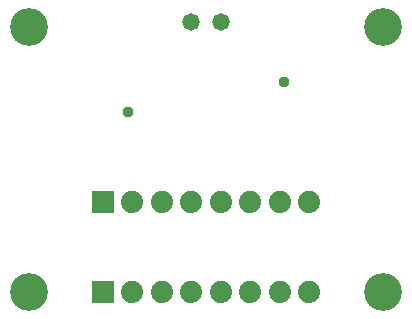
<source format=gbr>
G04 EAGLE Gerber RS-274X export*
G75*
%MOMM*%
%FSLAX34Y34*%
%LPD*%
%INSoldermask Bottom*%
%IPPOS*%
%AMOC8*
5,1,8,0,0,1.08239X$1,22.5*%
G01*
%ADD10C,3.203200*%
%ADD11C,1.473200*%
%ADD12R,1.879600X1.879600*%
%ADD13C,1.879600*%
%ADD14C,0.959600*%


D10*
X37500Y37500D03*
X337500Y37500D03*
X37500Y262500D03*
X337500Y262500D03*
D11*
X200200Y266900D03*
X174800Y266900D03*
D12*
X100000Y114300D03*
D13*
X125000Y114300D03*
X150000Y114300D03*
X175000Y114300D03*
X200000Y114300D03*
X225000Y114300D03*
X250000Y114300D03*
X275000Y114300D03*
D12*
X100000Y37500D03*
D13*
X125000Y37500D03*
X150000Y37500D03*
X175000Y37500D03*
X200000Y37500D03*
X225000Y37500D03*
X250000Y37500D03*
X275000Y37500D03*
D14*
X121320Y190700D03*
X253400Y216100D03*
M02*

</source>
